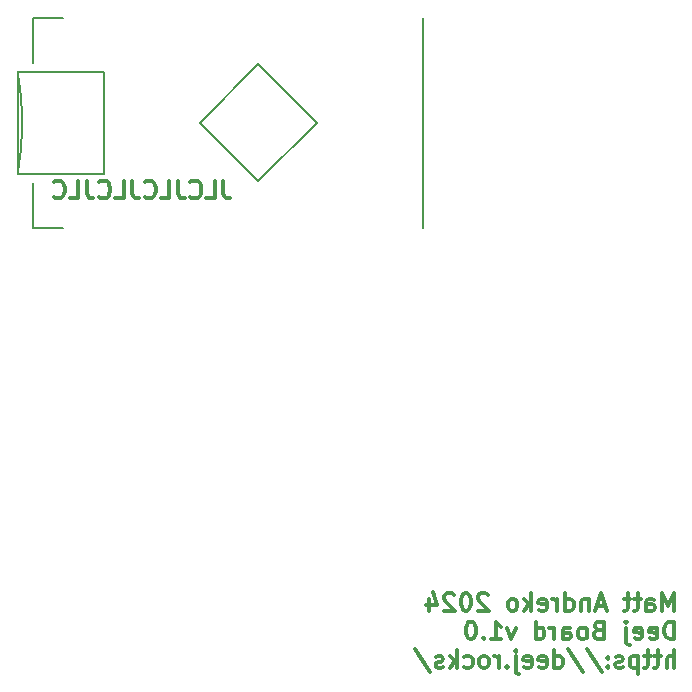
<source format=gbr>
%TF.GenerationSoftware,KiCad,Pcbnew,8.0.1*%
%TF.CreationDate,2024-03-29T21:28:49-04:00*%
%TF.ProjectId,mandreko-deej,6d616e64-7265-46b6-9f2d-6465656a2e6b,rev?*%
%TF.SameCoordinates,Original*%
%TF.FileFunction,Legend,Bot*%
%TF.FilePolarity,Positive*%
%FSLAX46Y46*%
G04 Gerber Fmt 4.6, Leading zero omitted, Abs format (unit mm)*
G04 Created by KiCad (PCBNEW 8.0.1) date 2024-03-29 21:28:49*
%MOMM*%
%LPD*%
G01*
G04 APERTURE LIST*
%ADD10C,0.300000*%
%ADD11C,0.203200*%
G04 APERTURE END LIST*
D10*
X163945489Y-140720996D02*
X163945489Y-139220996D01*
X163945489Y-139220996D02*
X163445489Y-140292425D01*
X163445489Y-140292425D02*
X162945489Y-139220996D01*
X162945489Y-139220996D02*
X162945489Y-140720996D01*
X161588346Y-140720996D02*
X161588346Y-139935282D01*
X161588346Y-139935282D02*
X161659774Y-139792425D01*
X161659774Y-139792425D02*
X161802631Y-139720996D01*
X161802631Y-139720996D02*
X162088346Y-139720996D01*
X162088346Y-139720996D02*
X162231203Y-139792425D01*
X161588346Y-140649568D02*
X161731203Y-140720996D01*
X161731203Y-140720996D02*
X162088346Y-140720996D01*
X162088346Y-140720996D02*
X162231203Y-140649568D01*
X162231203Y-140649568D02*
X162302631Y-140506710D01*
X162302631Y-140506710D02*
X162302631Y-140363853D01*
X162302631Y-140363853D02*
X162231203Y-140220996D01*
X162231203Y-140220996D02*
X162088346Y-140149568D01*
X162088346Y-140149568D02*
X161731203Y-140149568D01*
X161731203Y-140149568D02*
X161588346Y-140078139D01*
X161088345Y-139720996D02*
X160516917Y-139720996D01*
X160874060Y-139220996D02*
X160874060Y-140506710D01*
X160874060Y-140506710D02*
X160802631Y-140649568D01*
X160802631Y-140649568D02*
X160659774Y-140720996D01*
X160659774Y-140720996D02*
X160516917Y-140720996D01*
X160231202Y-139720996D02*
X159659774Y-139720996D01*
X160016917Y-139220996D02*
X160016917Y-140506710D01*
X160016917Y-140506710D02*
X159945488Y-140649568D01*
X159945488Y-140649568D02*
X159802631Y-140720996D01*
X159802631Y-140720996D02*
X159659774Y-140720996D01*
X158088345Y-140292425D02*
X157374060Y-140292425D01*
X158231202Y-140720996D02*
X157731202Y-139220996D01*
X157731202Y-139220996D02*
X157231202Y-140720996D01*
X156731203Y-139720996D02*
X156731203Y-140720996D01*
X156731203Y-139863853D02*
X156659774Y-139792425D01*
X156659774Y-139792425D02*
X156516917Y-139720996D01*
X156516917Y-139720996D02*
X156302631Y-139720996D01*
X156302631Y-139720996D02*
X156159774Y-139792425D01*
X156159774Y-139792425D02*
X156088346Y-139935282D01*
X156088346Y-139935282D02*
X156088346Y-140720996D01*
X154731203Y-140720996D02*
X154731203Y-139220996D01*
X154731203Y-140649568D02*
X154874060Y-140720996D01*
X154874060Y-140720996D02*
X155159774Y-140720996D01*
X155159774Y-140720996D02*
X155302631Y-140649568D01*
X155302631Y-140649568D02*
X155374060Y-140578139D01*
X155374060Y-140578139D02*
X155445488Y-140435282D01*
X155445488Y-140435282D02*
X155445488Y-140006710D01*
X155445488Y-140006710D02*
X155374060Y-139863853D01*
X155374060Y-139863853D02*
X155302631Y-139792425D01*
X155302631Y-139792425D02*
X155159774Y-139720996D01*
X155159774Y-139720996D02*
X154874060Y-139720996D01*
X154874060Y-139720996D02*
X154731203Y-139792425D01*
X154016917Y-140720996D02*
X154016917Y-139720996D01*
X154016917Y-140006710D02*
X153945488Y-139863853D01*
X153945488Y-139863853D02*
X153874060Y-139792425D01*
X153874060Y-139792425D02*
X153731202Y-139720996D01*
X153731202Y-139720996D02*
X153588345Y-139720996D01*
X152516917Y-140649568D02*
X152659774Y-140720996D01*
X152659774Y-140720996D02*
X152945489Y-140720996D01*
X152945489Y-140720996D02*
X153088346Y-140649568D01*
X153088346Y-140649568D02*
X153159774Y-140506710D01*
X153159774Y-140506710D02*
X153159774Y-139935282D01*
X153159774Y-139935282D02*
X153088346Y-139792425D01*
X153088346Y-139792425D02*
X152945489Y-139720996D01*
X152945489Y-139720996D02*
X152659774Y-139720996D01*
X152659774Y-139720996D02*
X152516917Y-139792425D01*
X152516917Y-139792425D02*
X152445489Y-139935282D01*
X152445489Y-139935282D02*
X152445489Y-140078139D01*
X152445489Y-140078139D02*
X153159774Y-140220996D01*
X151802632Y-140720996D02*
X151802632Y-139220996D01*
X151659775Y-140149568D02*
X151231203Y-140720996D01*
X151231203Y-139720996D02*
X151802632Y-140292425D01*
X150374060Y-140720996D02*
X150516917Y-140649568D01*
X150516917Y-140649568D02*
X150588346Y-140578139D01*
X150588346Y-140578139D02*
X150659774Y-140435282D01*
X150659774Y-140435282D02*
X150659774Y-140006710D01*
X150659774Y-140006710D02*
X150588346Y-139863853D01*
X150588346Y-139863853D02*
X150516917Y-139792425D01*
X150516917Y-139792425D02*
X150374060Y-139720996D01*
X150374060Y-139720996D02*
X150159774Y-139720996D01*
X150159774Y-139720996D02*
X150016917Y-139792425D01*
X150016917Y-139792425D02*
X149945489Y-139863853D01*
X149945489Y-139863853D02*
X149874060Y-140006710D01*
X149874060Y-140006710D02*
X149874060Y-140435282D01*
X149874060Y-140435282D02*
X149945489Y-140578139D01*
X149945489Y-140578139D02*
X150016917Y-140649568D01*
X150016917Y-140649568D02*
X150159774Y-140720996D01*
X150159774Y-140720996D02*
X150374060Y-140720996D01*
X148159774Y-139363853D02*
X148088346Y-139292425D01*
X148088346Y-139292425D02*
X147945489Y-139220996D01*
X147945489Y-139220996D02*
X147588346Y-139220996D01*
X147588346Y-139220996D02*
X147445489Y-139292425D01*
X147445489Y-139292425D02*
X147374060Y-139363853D01*
X147374060Y-139363853D02*
X147302631Y-139506710D01*
X147302631Y-139506710D02*
X147302631Y-139649568D01*
X147302631Y-139649568D02*
X147374060Y-139863853D01*
X147374060Y-139863853D02*
X148231203Y-140720996D01*
X148231203Y-140720996D02*
X147302631Y-140720996D01*
X146374060Y-139220996D02*
X146231203Y-139220996D01*
X146231203Y-139220996D02*
X146088346Y-139292425D01*
X146088346Y-139292425D02*
X146016918Y-139363853D01*
X146016918Y-139363853D02*
X145945489Y-139506710D01*
X145945489Y-139506710D02*
X145874060Y-139792425D01*
X145874060Y-139792425D02*
X145874060Y-140149568D01*
X145874060Y-140149568D02*
X145945489Y-140435282D01*
X145945489Y-140435282D02*
X146016918Y-140578139D01*
X146016918Y-140578139D02*
X146088346Y-140649568D01*
X146088346Y-140649568D02*
X146231203Y-140720996D01*
X146231203Y-140720996D02*
X146374060Y-140720996D01*
X146374060Y-140720996D02*
X146516918Y-140649568D01*
X146516918Y-140649568D02*
X146588346Y-140578139D01*
X146588346Y-140578139D02*
X146659775Y-140435282D01*
X146659775Y-140435282D02*
X146731203Y-140149568D01*
X146731203Y-140149568D02*
X146731203Y-139792425D01*
X146731203Y-139792425D02*
X146659775Y-139506710D01*
X146659775Y-139506710D02*
X146588346Y-139363853D01*
X146588346Y-139363853D02*
X146516918Y-139292425D01*
X146516918Y-139292425D02*
X146374060Y-139220996D01*
X145302632Y-139363853D02*
X145231204Y-139292425D01*
X145231204Y-139292425D02*
X145088347Y-139220996D01*
X145088347Y-139220996D02*
X144731204Y-139220996D01*
X144731204Y-139220996D02*
X144588347Y-139292425D01*
X144588347Y-139292425D02*
X144516918Y-139363853D01*
X144516918Y-139363853D02*
X144445489Y-139506710D01*
X144445489Y-139506710D02*
X144445489Y-139649568D01*
X144445489Y-139649568D02*
X144516918Y-139863853D01*
X144516918Y-139863853D02*
X145374061Y-140720996D01*
X145374061Y-140720996D02*
X144445489Y-140720996D01*
X143159776Y-139720996D02*
X143159776Y-140720996D01*
X143516918Y-139149568D02*
X143874061Y-140220996D01*
X143874061Y-140220996D02*
X142945490Y-140220996D01*
X163945489Y-143135912D02*
X163945489Y-141635912D01*
X163945489Y-141635912D02*
X163588346Y-141635912D01*
X163588346Y-141635912D02*
X163374060Y-141707341D01*
X163374060Y-141707341D02*
X163231203Y-141850198D01*
X163231203Y-141850198D02*
X163159774Y-141993055D01*
X163159774Y-141993055D02*
X163088346Y-142278769D01*
X163088346Y-142278769D02*
X163088346Y-142493055D01*
X163088346Y-142493055D02*
X163159774Y-142778769D01*
X163159774Y-142778769D02*
X163231203Y-142921626D01*
X163231203Y-142921626D02*
X163374060Y-143064484D01*
X163374060Y-143064484D02*
X163588346Y-143135912D01*
X163588346Y-143135912D02*
X163945489Y-143135912D01*
X161874060Y-143064484D02*
X162016917Y-143135912D01*
X162016917Y-143135912D02*
X162302632Y-143135912D01*
X162302632Y-143135912D02*
X162445489Y-143064484D01*
X162445489Y-143064484D02*
X162516917Y-142921626D01*
X162516917Y-142921626D02*
X162516917Y-142350198D01*
X162516917Y-142350198D02*
X162445489Y-142207341D01*
X162445489Y-142207341D02*
X162302632Y-142135912D01*
X162302632Y-142135912D02*
X162016917Y-142135912D01*
X162016917Y-142135912D02*
X161874060Y-142207341D01*
X161874060Y-142207341D02*
X161802632Y-142350198D01*
X161802632Y-142350198D02*
X161802632Y-142493055D01*
X161802632Y-142493055D02*
X162516917Y-142635912D01*
X160588346Y-143064484D02*
X160731203Y-143135912D01*
X160731203Y-143135912D02*
X161016918Y-143135912D01*
X161016918Y-143135912D02*
X161159775Y-143064484D01*
X161159775Y-143064484D02*
X161231203Y-142921626D01*
X161231203Y-142921626D02*
X161231203Y-142350198D01*
X161231203Y-142350198D02*
X161159775Y-142207341D01*
X161159775Y-142207341D02*
X161016918Y-142135912D01*
X161016918Y-142135912D02*
X160731203Y-142135912D01*
X160731203Y-142135912D02*
X160588346Y-142207341D01*
X160588346Y-142207341D02*
X160516918Y-142350198D01*
X160516918Y-142350198D02*
X160516918Y-142493055D01*
X160516918Y-142493055D02*
X161231203Y-142635912D01*
X159874061Y-142135912D02*
X159874061Y-143421626D01*
X159874061Y-143421626D02*
X159945489Y-143564484D01*
X159945489Y-143564484D02*
X160088346Y-143635912D01*
X160088346Y-143635912D02*
X160159775Y-143635912D01*
X159874061Y-141635912D02*
X159945489Y-141707341D01*
X159945489Y-141707341D02*
X159874061Y-141778769D01*
X159874061Y-141778769D02*
X159802632Y-141707341D01*
X159802632Y-141707341D02*
X159874061Y-141635912D01*
X159874061Y-141635912D02*
X159874061Y-141778769D01*
X157516918Y-142350198D02*
X157302632Y-142421626D01*
X157302632Y-142421626D02*
X157231203Y-142493055D01*
X157231203Y-142493055D02*
X157159775Y-142635912D01*
X157159775Y-142635912D02*
X157159775Y-142850198D01*
X157159775Y-142850198D02*
X157231203Y-142993055D01*
X157231203Y-142993055D02*
X157302632Y-143064484D01*
X157302632Y-143064484D02*
X157445489Y-143135912D01*
X157445489Y-143135912D02*
X158016918Y-143135912D01*
X158016918Y-143135912D02*
X158016918Y-141635912D01*
X158016918Y-141635912D02*
X157516918Y-141635912D01*
X157516918Y-141635912D02*
X157374061Y-141707341D01*
X157374061Y-141707341D02*
X157302632Y-141778769D01*
X157302632Y-141778769D02*
X157231203Y-141921626D01*
X157231203Y-141921626D02*
X157231203Y-142064484D01*
X157231203Y-142064484D02*
X157302632Y-142207341D01*
X157302632Y-142207341D02*
X157374061Y-142278769D01*
X157374061Y-142278769D02*
X157516918Y-142350198D01*
X157516918Y-142350198D02*
X158016918Y-142350198D01*
X156302632Y-143135912D02*
X156445489Y-143064484D01*
X156445489Y-143064484D02*
X156516918Y-142993055D01*
X156516918Y-142993055D02*
X156588346Y-142850198D01*
X156588346Y-142850198D02*
X156588346Y-142421626D01*
X156588346Y-142421626D02*
X156516918Y-142278769D01*
X156516918Y-142278769D02*
X156445489Y-142207341D01*
X156445489Y-142207341D02*
X156302632Y-142135912D01*
X156302632Y-142135912D02*
X156088346Y-142135912D01*
X156088346Y-142135912D02*
X155945489Y-142207341D01*
X155945489Y-142207341D02*
X155874061Y-142278769D01*
X155874061Y-142278769D02*
X155802632Y-142421626D01*
X155802632Y-142421626D02*
X155802632Y-142850198D01*
X155802632Y-142850198D02*
X155874061Y-142993055D01*
X155874061Y-142993055D02*
X155945489Y-143064484D01*
X155945489Y-143064484D02*
X156088346Y-143135912D01*
X156088346Y-143135912D02*
X156302632Y-143135912D01*
X154516918Y-143135912D02*
X154516918Y-142350198D01*
X154516918Y-142350198D02*
X154588346Y-142207341D01*
X154588346Y-142207341D02*
X154731203Y-142135912D01*
X154731203Y-142135912D02*
X155016918Y-142135912D01*
X155016918Y-142135912D02*
X155159775Y-142207341D01*
X154516918Y-143064484D02*
X154659775Y-143135912D01*
X154659775Y-143135912D02*
X155016918Y-143135912D01*
X155016918Y-143135912D02*
X155159775Y-143064484D01*
X155159775Y-143064484D02*
X155231203Y-142921626D01*
X155231203Y-142921626D02*
X155231203Y-142778769D01*
X155231203Y-142778769D02*
X155159775Y-142635912D01*
X155159775Y-142635912D02*
X155016918Y-142564484D01*
X155016918Y-142564484D02*
X154659775Y-142564484D01*
X154659775Y-142564484D02*
X154516918Y-142493055D01*
X153802632Y-143135912D02*
X153802632Y-142135912D01*
X153802632Y-142421626D02*
X153731203Y-142278769D01*
X153731203Y-142278769D02*
X153659775Y-142207341D01*
X153659775Y-142207341D02*
X153516917Y-142135912D01*
X153516917Y-142135912D02*
X153374060Y-142135912D01*
X152231204Y-143135912D02*
X152231204Y-141635912D01*
X152231204Y-143064484D02*
X152374061Y-143135912D01*
X152374061Y-143135912D02*
X152659775Y-143135912D01*
X152659775Y-143135912D02*
X152802632Y-143064484D01*
X152802632Y-143064484D02*
X152874061Y-142993055D01*
X152874061Y-142993055D02*
X152945489Y-142850198D01*
X152945489Y-142850198D02*
X152945489Y-142421626D01*
X152945489Y-142421626D02*
X152874061Y-142278769D01*
X152874061Y-142278769D02*
X152802632Y-142207341D01*
X152802632Y-142207341D02*
X152659775Y-142135912D01*
X152659775Y-142135912D02*
X152374061Y-142135912D01*
X152374061Y-142135912D02*
X152231204Y-142207341D01*
X150516918Y-142135912D02*
X150159775Y-143135912D01*
X150159775Y-143135912D02*
X149802632Y-142135912D01*
X148445489Y-143135912D02*
X149302632Y-143135912D01*
X148874061Y-143135912D02*
X148874061Y-141635912D01*
X148874061Y-141635912D02*
X149016918Y-141850198D01*
X149016918Y-141850198D02*
X149159775Y-141993055D01*
X149159775Y-141993055D02*
X149302632Y-142064484D01*
X147802633Y-142993055D02*
X147731204Y-143064484D01*
X147731204Y-143064484D02*
X147802633Y-143135912D01*
X147802633Y-143135912D02*
X147874061Y-143064484D01*
X147874061Y-143064484D02*
X147802633Y-142993055D01*
X147802633Y-142993055D02*
X147802633Y-143135912D01*
X146802632Y-141635912D02*
X146659775Y-141635912D01*
X146659775Y-141635912D02*
X146516918Y-141707341D01*
X146516918Y-141707341D02*
X146445490Y-141778769D01*
X146445490Y-141778769D02*
X146374061Y-141921626D01*
X146374061Y-141921626D02*
X146302632Y-142207341D01*
X146302632Y-142207341D02*
X146302632Y-142564484D01*
X146302632Y-142564484D02*
X146374061Y-142850198D01*
X146374061Y-142850198D02*
X146445490Y-142993055D01*
X146445490Y-142993055D02*
X146516918Y-143064484D01*
X146516918Y-143064484D02*
X146659775Y-143135912D01*
X146659775Y-143135912D02*
X146802632Y-143135912D01*
X146802632Y-143135912D02*
X146945490Y-143064484D01*
X146945490Y-143064484D02*
X147016918Y-142993055D01*
X147016918Y-142993055D02*
X147088347Y-142850198D01*
X147088347Y-142850198D02*
X147159775Y-142564484D01*
X147159775Y-142564484D02*
X147159775Y-142207341D01*
X147159775Y-142207341D02*
X147088347Y-141921626D01*
X147088347Y-141921626D02*
X147016918Y-141778769D01*
X147016918Y-141778769D02*
X146945490Y-141707341D01*
X146945490Y-141707341D02*
X146802632Y-141635912D01*
X163945489Y-145550828D02*
X163945489Y-144050828D01*
X163302632Y-145550828D02*
X163302632Y-144765114D01*
X163302632Y-144765114D02*
X163374060Y-144622257D01*
X163374060Y-144622257D02*
X163516917Y-144550828D01*
X163516917Y-144550828D02*
X163731203Y-144550828D01*
X163731203Y-144550828D02*
X163874060Y-144622257D01*
X163874060Y-144622257D02*
X163945489Y-144693685D01*
X162802631Y-144550828D02*
X162231203Y-144550828D01*
X162588346Y-144050828D02*
X162588346Y-145336542D01*
X162588346Y-145336542D02*
X162516917Y-145479400D01*
X162516917Y-145479400D02*
X162374060Y-145550828D01*
X162374060Y-145550828D02*
X162231203Y-145550828D01*
X161945488Y-144550828D02*
X161374060Y-144550828D01*
X161731203Y-144050828D02*
X161731203Y-145336542D01*
X161731203Y-145336542D02*
X161659774Y-145479400D01*
X161659774Y-145479400D02*
X161516917Y-145550828D01*
X161516917Y-145550828D02*
X161374060Y-145550828D01*
X160874060Y-144550828D02*
X160874060Y-146050828D01*
X160874060Y-144622257D02*
X160731203Y-144550828D01*
X160731203Y-144550828D02*
X160445488Y-144550828D01*
X160445488Y-144550828D02*
X160302631Y-144622257D01*
X160302631Y-144622257D02*
X160231203Y-144693685D01*
X160231203Y-144693685D02*
X160159774Y-144836542D01*
X160159774Y-144836542D02*
X160159774Y-145265114D01*
X160159774Y-145265114D02*
X160231203Y-145407971D01*
X160231203Y-145407971D02*
X160302631Y-145479400D01*
X160302631Y-145479400D02*
X160445488Y-145550828D01*
X160445488Y-145550828D02*
X160731203Y-145550828D01*
X160731203Y-145550828D02*
X160874060Y-145479400D01*
X159588345Y-145479400D02*
X159445488Y-145550828D01*
X159445488Y-145550828D02*
X159159774Y-145550828D01*
X159159774Y-145550828D02*
X159016917Y-145479400D01*
X159016917Y-145479400D02*
X158945488Y-145336542D01*
X158945488Y-145336542D02*
X158945488Y-145265114D01*
X158945488Y-145265114D02*
X159016917Y-145122257D01*
X159016917Y-145122257D02*
X159159774Y-145050828D01*
X159159774Y-145050828D02*
X159374060Y-145050828D01*
X159374060Y-145050828D02*
X159516917Y-144979400D01*
X159516917Y-144979400D02*
X159588345Y-144836542D01*
X159588345Y-144836542D02*
X159588345Y-144765114D01*
X159588345Y-144765114D02*
X159516917Y-144622257D01*
X159516917Y-144622257D02*
X159374060Y-144550828D01*
X159374060Y-144550828D02*
X159159774Y-144550828D01*
X159159774Y-144550828D02*
X159016917Y-144622257D01*
X158302631Y-145407971D02*
X158231202Y-145479400D01*
X158231202Y-145479400D02*
X158302631Y-145550828D01*
X158302631Y-145550828D02*
X158374059Y-145479400D01*
X158374059Y-145479400D02*
X158302631Y-145407971D01*
X158302631Y-145407971D02*
X158302631Y-145550828D01*
X158302631Y-144622257D02*
X158231202Y-144693685D01*
X158231202Y-144693685D02*
X158302631Y-144765114D01*
X158302631Y-144765114D02*
X158374059Y-144693685D01*
X158374059Y-144693685D02*
X158302631Y-144622257D01*
X158302631Y-144622257D02*
X158302631Y-144765114D01*
X156516916Y-143979400D02*
X157802630Y-145907971D01*
X154945487Y-143979400D02*
X156231201Y-145907971D01*
X153802630Y-145550828D02*
X153802630Y-144050828D01*
X153802630Y-145479400D02*
X153945487Y-145550828D01*
X153945487Y-145550828D02*
X154231201Y-145550828D01*
X154231201Y-145550828D02*
X154374058Y-145479400D01*
X154374058Y-145479400D02*
X154445487Y-145407971D01*
X154445487Y-145407971D02*
X154516915Y-145265114D01*
X154516915Y-145265114D02*
X154516915Y-144836542D01*
X154516915Y-144836542D02*
X154445487Y-144693685D01*
X154445487Y-144693685D02*
X154374058Y-144622257D01*
X154374058Y-144622257D02*
X154231201Y-144550828D01*
X154231201Y-144550828D02*
X153945487Y-144550828D01*
X153945487Y-144550828D02*
X153802630Y-144622257D01*
X152516915Y-145479400D02*
X152659772Y-145550828D01*
X152659772Y-145550828D02*
X152945487Y-145550828D01*
X152945487Y-145550828D02*
X153088344Y-145479400D01*
X153088344Y-145479400D02*
X153159772Y-145336542D01*
X153159772Y-145336542D02*
X153159772Y-144765114D01*
X153159772Y-144765114D02*
X153088344Y-144622257D01*
X153088344Y-144622257D02*
X152945487Y-144550828D01*
X152945487Y-144550828D02*
X152659772Y-144550828D01*
X152659772Y-144550828D02*
X152516915Y-144622257D01*
X152516915Y-144622257D02*
X152445487Y-144765114D01*
X152445487Y-144765114D02*
X152445487Y-144907971D01*
X152445487Y-144907971D02*
X153159772Y-145050828D01*
X151231201Y-145479400D02*
X151374058Y-145550828D01*
X151374058Y-145550828D02*
X151659773Y-145550828D01*
X151659773Y-145550828D02*
X151802630Y-145479400D01*
X151802630Y-145479400D02*
X151874058Y-145336542D01*
X151874058Y-145336542D02*
X151874058Y-144765114D01*
X151874058Y-144765114D02*
X151802630Y-144622257D01*
X151802630Y-144622257D02*
X151659773Y-144550828D01*
X151659773Y-144550828D02*
X151374058Y-144550828D01*
X151374058Y-144550828D02*
X151231201Y-144622257D01*
X151231201Y-144622257D02*
X151159773Y-144765114D01*
X151159773Y-144765114D02*
X151159773Y-144907971D01*
X151159773Y-144907971D02*
X151874058Y-145050828D01*
X150516916Y-144550828D02*
X150516916Y-145836542D01*
X150516916Y-145836542D02*
X150588344Y-145979400D01*
X150588344Y-145979400D02*
X150731201Y-146050828D01*
X150731201Y-146050828D02*
X150802630Y-146050828D01*
X150516916Y-144050828D02*
X150588344Y-144122257D01*
X150588344Y-144122257D02*
X150516916Y-144193685D01*
X150516916Y-144193685D02*
X150445487Y-144122257D01*
X150445487Y-144122257D02*
X150516916Y-144050828D01*
X150516916Y-144050828D02*
X150516916Y-144193685D01*
X149802630Y-145407971D02*
X149731201Y-145479400D01*
X149731201Y-145479400D02*
X149802630Y-145550828D01*
X149802630Y-145550828D02*
X149874058Y-145479400D01*
X149874058Y-145479400D02*
X149802630Y-145407971D01*
X149802630Y-145407971D02*
X149802630Y-145550828D01*
X149088344Y-145550828D02*
X149088344Y-144550828D01*
X149088344Y-144836542D02*
X149016915Y-144693685D01*
X149016915Y-144693685D02*
X148945487Y-144622257D01*
X148945487Y-144622257D02*
X148802629Y-144550828D01*
X148802629Y-144550828D02*
X148659772Y-144550828D01*
X147945487Y-145550828D02*
X148088344Y-145479400D01*
X148088344Y-145479400D02*
X148159773Y-145407971D01*
X148159773Y-145407971D02*
X148231201Y-145265114D01*
X148231201Y-145265114D02*
X148231201Y-144836542D01*
X148231201Y-144836542D02*
X148159773Y-144693685D01*
X148159773Y-144693685D02*
X148088344Y-144622257D01*
X148088344Y-144622257D02*
X147945487Y-144550828D01*
X147945487Y-144550828D02*
X147731201Y-144550828D01*
X147731201Y-144550828D02*
X147588344Y-144622257D01*
X147588344Y-144622257D02*
X147516916Y-144693685D01*
X147516916Y-144693685D02*
X147445487Y-144836542D01*
X147445487Y-144836542D02*
X147445487Y-145265114D01*
X147445487Y-145265114D02*
X147516916Y-145407971D01*
X147516916Y-145407971D02*
X147588344Y-145479400D01*
X147588344Y-145479400D02*
X147731201Y-145550828D01*
X147731201Y-145550828D02*
X147945487Y-145550828D01*
X146159773Y-145479400D02*
X146302630Y-145550828D01*
X146302630Y-145550828D02*
X146588344Y-145550828D01*
X146588344Y-145550828D02*
X146731201Y-145479400D01*
X146731201Y-145479400D02*
X146802630Y-145407971D01*
X146802630Y-145407971D02*
X146874058Y-145265114D01*
X146874058Y-145265114D02*
X146874058Y-144836542D01*
X146874058Y-144836542D02*
X146802630Y-144693685D01*
X146802630Y-144693685D02*
X146731201Y-144622257D01*
X146731201Y-144622257D02*
X146588344Y-144550828D01*
X146588344Y-144550828D02*
X146302630Y-144550828D01*
X146302630Y-144550828D02*
X146159773Y-144622257D01*
X145516916Y-145550828D02*
X145516916Y-144050828D01*
X145374059Y-144979400D02*
X144945487Y-145550828D01*
X144945487Y-144550828D02*
X145516916Y-145122257D01*
X144374058Y-145479400D02*
X144231201Y-145550828D01*
X144231201Y-145550828D02*
X143945487Y-145550828D01*
X143945487Y-145550828D02*
X143802630Y-145479400D01*
X143802630Y-145479400D02*
X143731201Y-145336542D01*
X143731201Y-145336542D02*
X143731201Y-145265114D01*
X143731201Y-145265114D02*
X143802630Y-145122257D01*
X143802630Y-145122257D02*
X143945487Y-145050828D01*
X143945487Y-145050828D02*
X144159773Y-145050828D01*
X144159773Y-145050828D02*
X144302630Y-144979400D01*
X144302630Y-144979400D02*
X144374058Y-144836542D01*
X144374058Y-144836542D02*
X144374058Y-144765114D01*
X144374058Y-144765114D02*
X144302630Y-144622257D01*
X144302630Y-144622257D02*
X144159773Y-144550828D01*
X144159773Y-144550828D02*
X143945487Y-144550828D01*
X143945487Y-144550828D02*
X143802630Y-144622257D01*
X142016915Y-143979400D02*
X143302629Y-145907971D01*
X125766917Y-104300828D02*
X125766917Y-105372257D01*
X125766917Y-105372257D02*
X125838346Y-105586542D01*
X125838346Y-105586542D02*
X125981203Y-105729400D01*
X125981203Y-105729400D02*
X126195489Y-105800828D01*
X126195489Y-105800828D02*
X126338346Y-105800828D01*
X124338346Y-105800828D02*
X125052632Y-105800828D01*
X125052632Y-105800828D02*
X125052632Y-104300828D01*
X122981203Y-105657971D02*
X123052631Y-105729400D01*
X123052631Y-105729400D02*
X123266917Y-105800828D01*
X123266917Y-105800828D02*
X123409774Y-105800828D01*
X123409774Y-105800828D02*
X123624060Y-105729400D01*
X123624060Y-105729400D02*
X123766917Y-105586542D01*
X123766917Y-105586542D02*
X123838346Y-105443685D01*
X123838346Y-105443685D02*
X123909774Y-105157971D01*
X123909774Y-105157971D02*
X123909774Y-104943685D01*
X123909774Y-104943685D02*
X123838346Y-104657971D01*
X123838346Y-104657971D02*
X123766917Y-104515114D01*
X123766917Y-104515114D02*
X123624060Y-104372257D01*
X123624060Y-104372257D02*
X123409774Y-104300828D01*
X123409774Y-104300828D02*
X123266917Y-104300828D01*
X123266917Y-104300828D02*
X123052631Y-104372257D01*
X123052631Y-104372257D02*
X122981203Y-104443685D01*
X121909774Y-104300828D02*
X121909774Y-105372257D01*
X121909774Y-105372257D02*
X121981203Y-105586542D01*
X121981203Y-105586542D02*
X122124060Y-105729400D01*
X122124060Y-105729400D02*
X122338346Y-105800828D01*
X122338346Y-105800828D02*
X122481203Y-105800828D01*
X120481203Y-105800828D02*
X121195489Y-105800828D01*
X121195489Y-105800828D02*
X121195489Y-104300828D01*
X119124060Y-105657971D02*
X119195488Y-105729400D01*
X119195488Y-105729400D02*
X119409774Y-105800828D01*
X119409774Y-105800828D02*
X119552631Y-105800828D01*
X119552631Y-105800828D02*
X119766917Y-105729400D01*
X119766917Y-105729400D02*
X119909774Y-105586542D01*
X119909774Y-105586542D02*
X119981203Y-105443685D01*
X119981203Y-105443685D02*
X120052631Y-105157971D01*
X120052631Y-105157971D02*
X120052631Y-104943685D01*
X120052631Y-104943685D02*
X119981203Y-104657971D01*
X119981203Y-104657971D02*
X119909774Y-104515114D01*
X119909774Y-104515114D02*
X119766917Y-104372257D01*
X119766917Y-104372257D02*
X119552631Y-104300828D01*
X119552631Y-104300828D02*
X119409774Y-104300828D01*
X119409774Y-104300828D02*
X119195488Y-104372257D01*
X119195488Y-104372257D02*
X119124060Y-104443685D01*
X118052631Y-104300828D02*
X118052631Y-105372257D01*
X118052631Y-105372257D02*
X118124060Y-105586542D01*
X118124060Y-105586542D02*
X118266917Y-105729400D01*
X118266917Y-105729400D02*
X118481203Y-105800828D01*
X118481203Y-105800828D02*
X118624060Y-105800828D01*
X116624060Y-105800828D02*
X117338346Y-105800828D01*
X117338346Y-105800828D02*
X117338346Y-104300828D01*
X115266917Y-105657971D02*
X115338345Y-105729400D01*
X115338345Y-105729400D02*
X115552631Y-105800828D01*
X115552631Y-105800828D02*
X115695488Y-105800828D01*
X115695488Y-105800828D02*
X115909774Y-105729400D01*
X115909774Y-105729400D02*
X116052631Y-105586542D01*
X116052631Y-105586542D02*
X116124060Y-105443685D01*
X116124060Y-105443685D02*
X116195488Y-105157971D01*
X116195488Y-105157971D02*
X116195488Y-104943685D01*
X116195488Y-104943685D02*
X116124060Y-104657971D01*
X116124060Y-104657971D02*
X116052631Y-104515114D01*
X116052631Y-104515114D02*
X115909774Y-104372257D01*
X115909774Y-104372257D02*
X115695488Y-104300828D01*
X115695488Y-104300828D02*
X115552631Y-104300828D01*
X115552631Y-104300828D02*
X115338345Y-104372257D01*
X115338345Y-104372257D02*
X115266917Y-104443685D01*
X114195488Y-104300828D02*
X114195488Y-105372257D01*
X114195488Y-105372257D02*
X114266917Y-105586542D01*
X114266917Y-105586542D02*
X114409774Y-105729400D01*
X114409774Y-105729400D02*
X114624060Y-105800828D01*
X114624060Y-105800828D02*
X114766917Y-105800828D01*
X112766917Y-105800828D02*
X113481203Y-105800828D01*
X113481203Y-105800828D02*
X113481203Y-104300828D01*
X111409774Y-105657971D02*
X111481202Y-105729400D01*
X111481202Y-105729400D02*
X111695488Y-105800828D01*
X111695488Y-105800828D02*
X111838345Y-105800828D01*
X111838345Y-105800828D02*
X112052631Y-105729400D01*
X112052631Y-105729400D02*
X112195488Y-105586542D01*
X112195488Y-105586542D02*
X112266917Y-105443685D01*
X112266917Y-105443685D02*
X112338345Y-105157971D01*
X112338345Y-105157971D02*
X112338345Y-104943685D01*
X112338345Y-104943685D02*
X112266917Y-104657971D01*
X112266917Y-104657971D02*
X112195488Y-104515114D01*
X112195488Y-104515114D02*
X112052631Y-104372257D01*
X112052631Y-104372257D02*
X111838345Y-104300828D01*
X111838345Y-104300828D02*
X111695488Y-104300828D01*
X111695488Y-104300828D02*
X111481202Y-104372257D01*
X111481202Y-104372257D02*
X111409774Y-104443685D01*
D11*
%TO.C,U1*%
X108356500Y-95072000D02*
X115659000Y-95072000D01*
X108356500Y-103708000D02*
X108356500Y-95072000D01*
X109690000Y-90500000D02*
X109690000Y-94310000D01*
X109690000Y-108280000D02*
X109690000Y-104470000D01*
X112230000Y-90500000D02*
X109690000Y-90500000D01*
X112230000Y-108280000D02*
X109690000Y-108280000D01*
X115659000Y-95072000D02*
X115659000Y-103708000D01*
X115659000Y-103708000D02*
X108356500Y-103708000D01*
X123787000Y-99390000D02*
X128740000Y-104343000D01*
X128740000Y-94437000D02*
X123787000Y-99390000D01*
X128740000Y-104343000D02*
X133693000Y-99390000D01*
X133693000Y-99390000D02*
X128740000Y-94437000D01*
X142710000Y-90500000D02*
X142710000Y-108280000D01*
X108356499Y-95072000D02*
G75*
G02*
X108356499Y-103708000I-24145870J-4318000D01*
G01*
%TD*%
M02*

</source>
